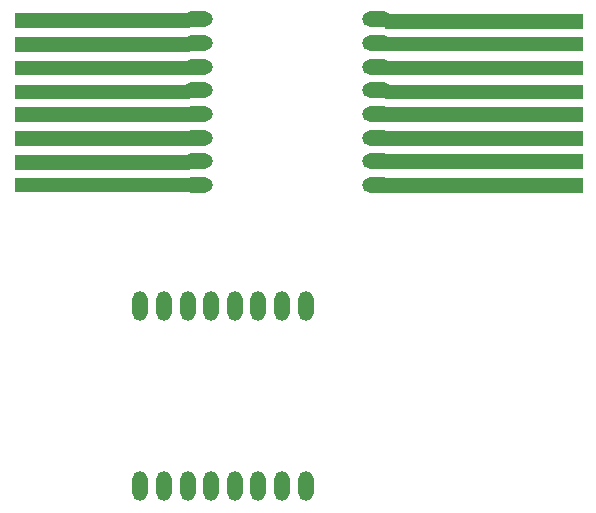
<source format=gbr>
%TF.GenerationSoftware,KiCad,Pcbnew,(6.0.0-0)*%
%TF.CreationDate,2022-07-24T14:36:37-07:00*%
%TF.ProjectId,ESP12_Harness,45535031-325f-4486-9172-6e6573732e6b,rev?*%
%TF.SameCoordinates,Original*%
%TF.FileFunction,Soldermask,Top*%
%TF.FilePolarity,Negative*%
%FSLAX46Y46*%
G04 Gerber Fmt 4.6, Leading zero omitted, Abs format (unit mm)*
G04 Created by KiCad (PCBNEW (6.0.0-0)) date 2022-07-24 14:36:37*
%MOMM*%
%LPD*%
G01*
G04 APERTURE LIST*
%ADD10C,0.100000*%
%ADD11O,2.517600X1.309600*%
%ADD12O,1.309600X2.517600*%
G04 APERTURE END LIST*
D10*
X-762000Y-19050000D02*
X-15494000Y-19050000D01*
X-15494000Y-19050000D02*
X-15494000Y-17907000D01*
X-15494000Y-17907000D02*
X-762000Y-17907000D01*
X-762000Y-17907000D02*
X-762000Y-19050000D01*
G36*
X-762000Y-19050000D02*
G01*
X-15494000Y-19050000D01*
X-15494000Y-17907000D01*
X-762000Y-17907000D01*
X-762000Y-19050000D01*
G37*
X-762000Y-15049500D02*
X-15494000Y-15049500D01*
X-15494000Y-15049500D02*
X-15494000Y-13906500D01*
X-15494000Y-13906500D02*
X-762000Y-13906500D01*
X-762000Y-13906500D02*
X-762000Y-15049500D01*
G36*
X-762000Y-15049500D02*
G01*
X-15494000Y-15049500D01*
X-15494000Y-13906500D01*
X-762000Y-13906500D01*
X-762000Y-15049500D01*
G37*
X-762000Y-5143500D02*
X-15494000Y-5143500D01*
X-15494000Y-5143500D02*
X-15494000Y-4000500D01*
X-15494000Y-4000500D02*
X-762000Y-4000500D01*
X-762000Y-4000500D02*
X-762000Y-5143500D01*
G36*
X-762000Y-5143500D02*
G01*
X-15494000Y-5143500D01*
X-15494000Y-4000500D01*
X-762000Y-4000500D01*
X-762000Y-5143500D01*
G37*
X-762000Y-9080500D02*
X-15494000Y-9080500D01*
X-15494000Y-9080500D02*
X-15494000Y-7937500D01*
X-15494000Y-7937500D02*
X-762000Y-7937500D01*
X-762000Y-7937500D02*
X-762000Y-9080500D01*
G36*
X-762000Y-9080500D02*
G01*
X-15494000Y-9080500D01*
X-15494000Y-7937500D01*
X-762000Y-7937500D01*
X-762000Y-9080500D01*
G37*
X-762000Y-13017500D02*
X-15494000Y-13017500D01*
X-15494000Y-13017500D02*
X-15494000Y-11874500D01*
X-15494000Y-11874500D02*
X-762000Y-11874500D01*
X-762000Y-11874500D02*
X-762000Y-13017500D01*
G36*
X-762000Y-13017500D02*
G01*
X-15494000Y-13017500D01*
X-15494000Y-11874500D01*
X-762000Y-11874500D01*
X-762000Y-13017500D01*
G37*
X-762000Y-7048500D02*
X-15494000Y-7048500D01*
X-15494000Y-7048500D02*
X-15494000Y-5905500D01*
X-15494000Y-5905500D02*
X-762000Y-5905500D01*
X-762000Y-5905500D02*
X-762000Y-7048500D01*
G36*
X-762000Y-7048500D02*
G01*
X-15494000Y-7048500D01*
X-15494000Y-5905500D01*
X-762000Y-5905500D01*
X-762000Y-7048500D01*
G37*
X-762000Y-11112500D02*
X-15494000Y-11112500D01*
X-15494000Y-11112500D02*
X-15494000Y-9969500D01*
X-15494000Y-9969500D02*
X-762000Y-9969500D01*
X-762000Y-9969500D02*
X-762000Y-11112500D01*
G36*
X-762000Y-11112500D02*
G01*
X-15494000Y-11112500D01*
X-15494000Y-9969500D01*
X-762000Y-9969500D01*
X-762000Y-11112500D01*
G37*
X-762000Y-17018000D02*
X-15494000Y-17018000D01*
X-15494000Y-17018000D02*
X-15494000Y-15875000D01*
X-15494000Y-15875000D02*
X-762000Y-15875000D01*
X-762000Y-15875000D02*
X-762000Y-17018000D01*
G36*
X-762000Y-17018000D02*
G01*
X-15494000Y-17018000D01*
X-15494000Y-15875000D01*
X-762000Y-15875000D01*
X-762000Y-17018000D01*
G37*
X-2667000Y-19050000D02*
X-17399000Y-19050000D01*
X-17399000Y-19050000D02*
X-17399000Y-17907000D01*
X-17399000Y-17907000D02*
X-2667000Y-17907000D01*
X-2667000Y-17907000D02*
X-2667000Y-19050000D01*
G36*
X-2667000Y-19050000D02*
G01*
X-17399000Y-19050000D01*
X-17399000Y-17907000D01*
X-2667000Y-17907000D01*
X-2667000Y-19050000D01*
G37*
X-2667000Y-15049500D02*
X-17399000Y-15049500D01*
X-17399000Y-15049500D02*
X-17399000Y-13906500D01*
X-17399000Y-13906500D02*
X-2667000Y-13906500D01*
X-2667000Y-13906500D02*
X-2667000Y-15049500D01*
G36*
X-2667000Y-15049500D02*
G01*
X-17399000Y-15049500D01*
X-17399000Y-13906500D01*
X-2667000Y-13906500D01*
X-2667000Y-15049500D01*
G37*
X-2667000Y-5143500D02*
X-17399000Y-5143500D01*
X-17399000Y-5143500D02*
X-17399000Y-4000500D01*
X-17399000Y-4000500D02*
X-2667000Y-4000500D01*
X-2667000Y-4000500D02*
X-2667000Y-5143500D01*
G36*
X-2667000Y-5143500D02*
G01*
X-17399000Y-5143500D01*
X-17399000Y-4000500D01*
X-2667000Y-4000500D01*
X-2667000Y-5143500D01*
G37*
X-2667000Y-9080500D02*
X-17399000Y-9080500D01*
X-17399000Y-9080500D02*
X-17399000Y-7937500D01*
X-17399000Y-7937500D02*
X-2667000Y-7937500D01*
X-2667000Y-7937500D02*
X-2667000Y-9080500D01*
G36*
X-2667000Y-9080500D02*
G01*
X-17399000Y-9080500D01*
X-17399000Y-7937500D01*
X-2667000Y-7937500D01*
X-2667000Y-9080500D01*
G37*
X-2667000Y-13017500D02*
X-17399000Y-13017500D01*
X-17399000Y-13017500D02*
X-17399000Y-11874500D01*
X-17399000Y-11874500D02*
X-2667000Y-11874500D01*
X-2667000Y-11874500D02*
X-2667000Y-13017500D01*
G36*
X-2667000Y-13017500D02*
G01*
X-17399000Y-13017500D01*
X-17399000Y-11874500D01*
X-2667000Y-11874500D01*
X-2667000Y-13017500D01*
G37*
X-2667000Y-7048500D02*
X-17399000Y-7048500D01*
X-17399000Y-7048500D02*
X-17399000Y-5905500D01*
X-17399000Y-5905500D02*
X-2667000Y-5905500D01*
X-2667000Y-5905500D02*
X-2667000Y-7048500D01*
G36*
X-2667000Y-7048500D02*
G01*
X-17399000Y-7048500D01*
X-17399000Y-5905500D01*
X-2667000Y-5905500D01*
X-2667000Y-7048500D01*
G37*
X-2667000Y-11112500D02*
X-17399000Y-11112500D01*
X-17399000Y-11112500D02*
X-17399000Y-9969500D01*
X-17399000Y-9969500D02*
X-2667000Y-9969500D01*
X-2667000Y-9969500D02*
X-2667000Y-11112500D01*
G36*
X-2667000Y-11112500D02*
G01*
X-17399000Y-11112500D01*
X-17399000Y-9969500D01*
X-2667000Y-9969500D01*
X-2667000Y-11112500D01*
G37*
X-2667000Y-17018000D02*
X-17399000Y-17018000D01*
X-17399000Y-17018000D02*
X-17399000Y-15875000D01*
X-17399000Y-15875000D02*
X-2667000Y-15875000D01*
X-2667000Y-15875000D02*
X-2667000Y-17018000D01*
G36*
X-2667000Y-17018000D02*
G01*
X-17399000Y-17018000D01*
X-17399000Y-15875000D01*
X-2667000Y-15875000D01*
X-2667000Y-17018000D01*
G37*
X-48768000Y-17843500D02*
X-34036000Y-17843500D01*
X-34036000Y-17843500D02*
X-34036000Y-18986500D01*
X-34036000Y-18986500D02*
X-48768000Y-18986500D01*
X-48768000Y-18986500D02*
X-48768000Y-17843500D01*
G36*
X-48768000Y-17843500D02*
G01*
X-34036000Y-17843500D01*
X-34036000Y-18986500D01*
X-48768000Y-18986500D01*
X-48768000Y-17843500D01*
G37*
X-48768000Y-15938500D02*
X-34036000Y-15938500D01*
X-34036000Y-15938500D02*
X-34036000Y-17081500D01*
X-34036000Y-17081500D02*
X-48768000Y-17081500D01*
X-48768000Y-17081500D02*
X-48768000Y-15938500D01*
G36*
X-48768000Y-15938500D02*
G01*
X-34036000Y-15938500D01*
X-34036000Y-17081500D01*
X-48768000Y-17081500D01*
X-48768000Y-15938500D01*
G37*
X-48768000Y-13906500D02*
X-34036000Y-13906500D01*
X-34036000Y-13906500D02*
X-34036000Y-15049500D01*
X-34036000Y-15049500D02*
X-48768000Y-15049500D01*
X-48768000Y-15049500D02*
X-48768000Y-13906500D01*
G36*
X-48768000Y-13906500D02*
G01*
X-34036000Y-13906500D01*
X-34036000Y-15049500D01*
X-48768000Y-15049500D01*
X-48768000Y-13906500D01*
G37*
X-48768000Y-11874500D02*
X-34036000Y-11874500D01*
X-34036000Y-11874500D02*
X-34036000Y-13017500D01*
X-34036000Y-13017500D02*
X-48768000Y-13017500D01*
X-48768000Y-13017500D02*
X-48768000Y-11874500D01*
G36*
X-48768000Y-11874500D02*
G01*
X-34036000Y-11874500D01*
X-34036000Y-13017500D01*
X-48768000Y-13017500D01*
X-48768000Y-11874500D01*
G37*
X-48768000Y-9969500D02*
X-34036000Y-9969500D01*
X-34036000Y-9969500D02*
X-34036000Y-11112500D01*
X-34036000Y-11112500D02*
X-48768000Y-11112500D01*
X-48768000Y-11112500D02*
X-48768000Y-9969500D01*
G36*
X-48768000Y-9969500D02*
G01*
X-34036000Y-9969500D01*
X-34036000Y-11112500D01*
X-48768000Y-11112500D01*
X-48768000Y-9969500D01*
G37*
X-48768000Y-7937500D02*
X-34036000Y-7937500D01*
X-34036000Y-7937500D02*
X-34036000Y-9080500D01*
X-34036000Y-9080500D02*
X-48768000Y-9080500D01*
X-48768000Y-9080500D02*
X-48768000Y-7937500D01*
G36*
X-48768000Y-7937500D02*
G01*
X-34036000Y-7937500D01*
X-34036000Y-9080500D01*
X-48768000Y-9080500D01*
X-48768000Y-7937500D01*
G37*
X-48768000Y-5969000D02*
X-34036000Y-5969000D01*
X-34036000Y-5969000D02*
X-34036000Y-7112000D01*
X-34036000Y-7112000D02*
X-48768000Y-7112000D01*
X-48768000Y-7112000D02*
X-48768000Y-5969000D01*
G36*
X-48768000Y-5969000D02*
G01*
X-34036000Y-5969000D01*
X-34036000Y-7112000D01*
X-48768000Y-7112000D01*
X-48768000Y-5969000D01*
G37*
X-48768000Y-3937000D02*
X-34036000Y-3937000D01*
X-34036000Y-3937000D02*
X-34036000Y-5080000D01*
X-34036000Y-5080000D02*
X-48768000Y-5080000D01*
X-48768000Y-5080000D02*
X-48768000Y-3937000D01*
G36*
X-48768000Y-3937000D02*
G01*
X-34036000Y-3937000D01*
X-34036000Y-5080000D01*
X-48768000Y-5080000D01*
X-48768000Y-3937000D01*
G37*
D11*
%TO.C,POGO-ESP-12*%
X-33296700Y-18453100D03*
X-18088700Y-4453100D03*
X-18088700Y-6453100D03*
X-33296700Y-4453100D03*
X-33296700Y-10453100D03*
X-18088700Y-16453100D03*
X-33296700Y-12453100D03*
X-33296700Y-16453100D03*
X-33296700Y-14453100D03*
X-18088700Y-10453100D03*
X-18088700Y-8453100D03*
X-18088700Y-14453100D03*
X-18088700Y-12453100D03*
X-18088700Y-18453100D03*
X-33296700Y-8453100D03*
X-33296700Y-6453100D03*
%TD*%
D12*
%TO.C,WEMOS-D1*%
X-26145200Y-43946600D03*
X-28145200Y-43946600D03*
X-38145200Y-28738600D03*
X-32145200Y-28738600D03*
X-34145200Y-28738600D03*
X-28145200Y-28738600D03*
X-30145200Y-28738600D03*
X-34145200Y-43946600D03*
X-36145200Y-43946600D03*
X-32145200Y-43946600D03*
X-36145200Y-28738600D03*
X-30145200Y-43946600D03*
X-24145200Y-43946600D03*
X-26145200Y-28738600D03*
X-24145200Y-28738600D03*
X-38145200Y-43946600D03*
%TD*%
M02*

</source>
